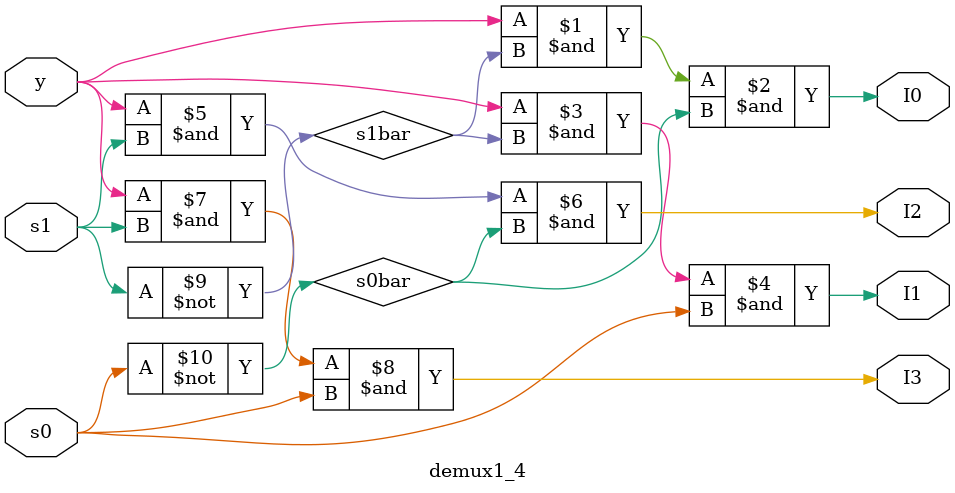
<source format=v>
`timescale 1ns/1ps

module demux1_4 (input y,
                input s1,
                input s0,
                output I0,
                output I1,
                output I2,
                output I3);

  wire s1bar,s0bar;

  not(s1bar,s1);
  not (s0bar,s0);
  and (I0,y,s1bar,s0bar);
  and (I1,y,s1bar,s0);
  and (I2,y,s1,s0bar);
  and (I3,y,s1,s0);

endmodule

</source>
